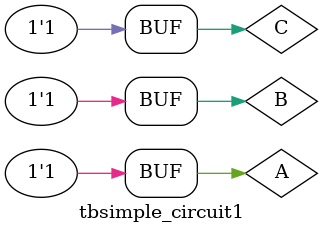
<source format=v>
module tbsimple_circuit1;
reg A,B,C;
wire w1,D,E;
simple_circuit M1(A,B,C,D,E);
initial
begin

#10 A=1'b0;B=1'b0;C=1'b0;
#10 A=1'b0;B=1'b0;C=1'b1;
#10 A=1'b0;B=1'b1;C=1'b0;
#10 A=1'b0;B=1'b1;C=1'b1;
#10 A=1'b1;B=1'b0;C=1'b0;
#10 A=1'b1;B=1'b0;C=1'b1;
#10 A=1'b1;B=1'b1;C=1'b0;
#10 A=1'b1;B=1'b1;C=1'b1; 

end

initial
begin
					
$monitor($time,"A=%b,B=%b,C=%b,D=%b,E=%b",A,B,C,D,E); 

end

initial
begin
$dumpfile("simple_circuit1.vcd");	
$dumpvars(0,tbsimple_circuit1);	

end
endmodule
</source>
